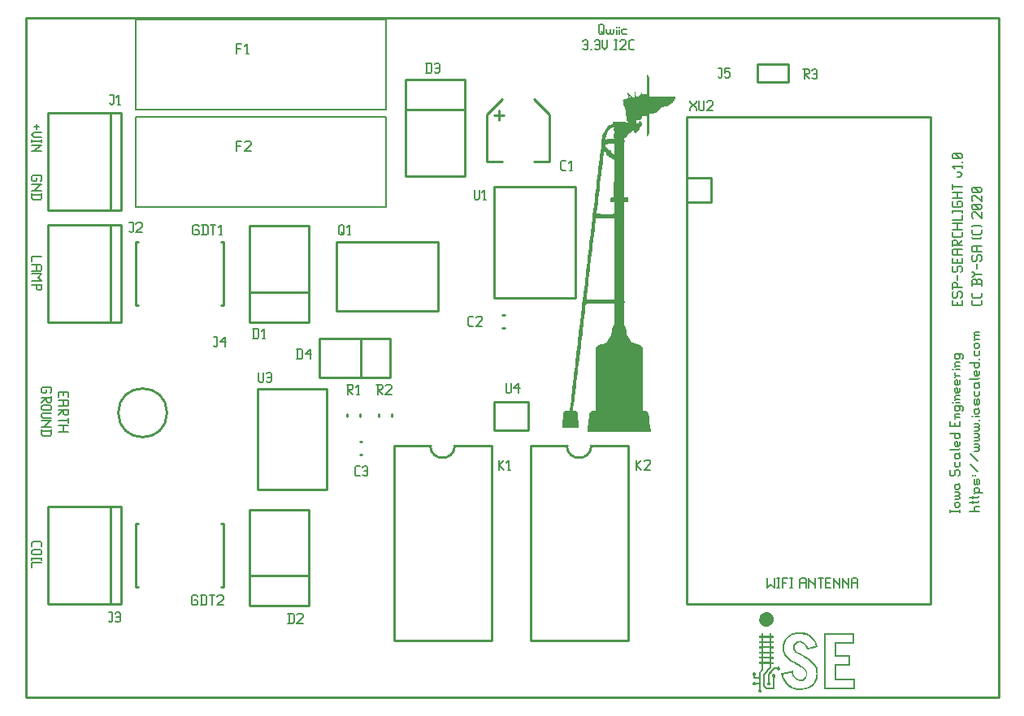
<source format=gbr>
G04 start of page 8 for group -4079 idx -4079 *
G04 Title: (unknown), topsilk *
G04 Creator: pcb 4.0.2 *
G04 CreationDate: Wed Jul  1 19:45:12 2020 UTC *
G04 For: ndholmes *
G04 Format: Gerber/RS-274X *
G04 PCB-Dimensions (mil): 4000.00 2800.00 *
G04 PCB-Coordinate-Origin: lower left *
%MOIN*%
%FSLAX25Y25*%
%LNTOPSILK*%
%ADD75C,0.0080*%
%ADD74C,0.0100*%
%ADD73C,0.0001*%
G54D73*G36*
X255400Y256427D02*X255443Y256475D01*
X255784Y256432D01*
X256002Y256025D01*
Y255732D01*
X256196Y255277D01*
X256230Y255228D01*
X256283Y255157D01*
X256424Y254414D01*
X256457Y251935D01*
Y247302D01*
X262734D01*
X265654Y247269D01*
X267124Y247205D01*
X267134Y247182D01*
X267139Y247166D01*
X267107Y246873D01*
X267096Y246840D01*
X267080Y246813D01*
X266759Y246081D01*
X266722Y245994D01*
X266683Y245907D01*
X266000Y244882D01*
X265930Y244801D01*
X265778Y244632D01*
X264709Y243873D01*
X263804Y243444D01*
X262974D01*
X261389Y242842D01*
X259930Y241643D01*
X259745Y241345D01*
X259626Y241160D01*
X257922Y240211D01*
X256457D01*
Y235583D01*
X256424Y233104D01*
X256283Y232360D01*
X256230Y232284D01*
X256196Y232241D01*
X256002Y231796D01*
Y231503D01*
X255822Y231123D01*
X255795Y231091D01*
X255746Y231047D01*
X255540Y230961D01*
X255393Y231422D01*
X255324Y232773D01*
X255296Y234677D01*
X255290Y235312D01*
X255258Y239402D01*
X254748Y239440D01*
X254672Y239446D01*
X253815Y239413D01*
X253750Y239402D01*
X253261Y239326D01*
Y238502D01*
X252643Y237726D01*
X252280D01*
X251791Y237607D01*
X251765Y237585D01*
X251720Y237563D01*
X251422D01*
X251400Y237585D01*
X251384Y237607D01*
X251239Y237726D01*
X251156D01*
X251091Y236858D01*
X251174Y235946D01*
X251210Y235925D01*
X251217Y235919D01*
X251324Y236012D01*
Y236115D01*
X251563Y236337D01*
X251607Y236353D01*
X251644Y236375D01*
X251894Y236576D01*
Y236755D01*
X252139Y237070D01*
X252182Y237107D01*
X252252Y237178D01*
X252697Y237254D01*
X252774Y237205D01*
X252811Y237178D01*
X253202Y236570D01*
X253230Y236494D01*
X253261Y236380D01*
X253234Y235534D01*
X253191Y235409D01*
X253137Y235263D01*
X252491Y234666D01*
X252420Y234693D01*
X252215Y234183D01*
X252226Y234042D01*
X252230Y233961D01*
X251715Y233494D01*
X251607Y233478D01*
X251537Y233472D01*
X251232Y233142D01*
X251228Y233060D01*
X251206Y232849D01*
X250550Y232274D01*
X249952Y232881D01*
Y233185D01*
X249904Y233494D01*
X249687D01*
X249095Y232957D01*
X248981Y232870D01*
X248861Y232789D01*
X248287Y232252D01*
X247928D01*
X247548Y231894D01*
X247207Y231411D01*
Y231346D01*
X247202Y231237D01*
X246876Y230662D01*
X246367Y230310D01*
X246280Y230315D01*
X246219Y230320D01*
X245959Y230168D01*
Y230049D01*
X246056Y229838D01*
X246074Y229821D01*
X246106Y229800D01*
X246181Y228888D01*
X246100Y228020D01*
X246063D01*
X246030Y227163D01*
X246002Y224895D01*
X245991Y221678D01*
Y217961D01*
X246002Y214207D01*
X246024Y210870D01*
X246056Y208413D01*
X246067Y207496D01*
X246100Y207290D01*
X246106Y207235D01*
X246074Y206823D01*
X246063Y206812D01*
X246046Y206807D01*
X245959Y206438D01*
Y205885D01*
X247532D01*
X247570Y205006D01*
X247576Y204886D01*
X247528Y204040D01*
X247517Y204024D01*
X247500Y204013D01*
X246783Y203980D01*
X246687Y203986D01*
X245959Y204056D01*
Y201110D01*
X245980Y199770D01*
X246030Y199005D01*
X246046Y198994D01*
X246056Y198989D01*
X246063Y198202D01*
X246052Y198083D01*
X246019Y197757D01*
X246008Y196238D01*
X245976Y192180D01*
X245965Y186679D01*
X245959Y180472D01*
X245970Y174331D01*
X245991Y168998D01*
X246024Y165232D01*
X246035Y163806D01*
X246074Y163784D01*
X246106Y163762D01*
X246181Y163030D01*
X246100Y162352D01*
X246052D01*
X245987Y161239D01*
X245959Y158820D01*
Y153671D01*
X246290Y153286D01*
X246344Y153226D01*
X246669Y152461D01*
X246680Y152369D01*
X246687Y152298D01*
X246848Y151197D01*
X246870Y151094D01*
X246887Y150996D01*
X247050Y149868D01*
X247060Y149792D01*
X247071Y149678D01*
X247554Y148788D01*
X247750Y148593D01*
X248259Y147899D01*
X248265Y147860D01*
Y147828D01*
X248443Y147551D01*
X248471Y147540D01*
X248493Y147530D01*
X248689Y147052D01*
X248698Y146982D01*
X248709Y146868D01*
X248845Y146526D01*
X249367Y146293D01*
X249550Y146227D01*
X249659Y146195D01*
X251384Y145658D01*
X251547Y145609D01*
X251720Y145560D01*
X253006Y145012D01*
X253056Y144969D01*
X253109Y144920D01*
X253283Y144763D01*
X253452Y144502D01*
X253570Y143998D01*
X253646Y143054D01*
X253690Y141486D01*
X253713Y139099D01*
X253717Y135702D01*
Y118325D01*
X254819D01*
X255617Y118081D01*
X255681Y118010D01*
X255730Y117961D01*
X256034Y117164D01*
X256050Y117050D01*
X256061Y116963D01*
X256219Y115650D01*
X256234Y115525D01*
X256245Y115406D01*
X256440Y113909D01*
X256457Y113784D01*
X256474Y113665D01*
X256674Y112113D01*
X256695Y111983D01*
X256713Y111858D01*
X256865Y110431D01*
X256874Y110333D01*
X256940Y109617D01*
X242356D01*
X237311Y109628D01*
X233378Y109650D01*
X231517Y109709D01*
X231028Y109758D01*
X231002Y109796D01*
X230980Y109823D01*
X230941Y110111D01*
X230958Y110133D01*
X230969Y110154D01*
X231131Y111098D01*
X231148Y111229D01*
X231158Y111359D01*
X231332Y112867D01*
X231348Y112976D01*
X231397Y113377D01*
X231756Y116388D01*
X231778Y116583D01*
X231815Y116936D01*
X232206Y117983D01*
X233091Y118325D01*
X234187D01*
X234224Y131226D01*
Y133033D01*
X234245Y138453D01*
X234278Y142348D01*
X234348Y143998D01*
X234415Y144388D01*
X234469Y144470D01*
X234544Y144595D01*
X235135Y145094D01*
X236178Y145533D01*
X236481Y145625D01*
X236628Y145674D01*
X238222Y146162D01*
X238331Y146195D01*
X238500Y146249D01*
X238998Y146466D01*
X239117Y146792D01*
X239128Y146900D01*
X239134Y146982D01*
X239356Y147470D01*
X239394Y147492D01*
X239421Y147508D01*
X239589Y147801D01*
X239584Y147828D01*
X239574Y147882D01*
X239965Y148446D01*
X240485Y148918D01*
X240598D01*
X240778Y149537D01*
X240800Y149635D01*
X240815Y149738D01*
X240974Y150649D01*
X240984Y150693D01*
X240989Y150741D01*
X241098Y151338D01*
X241108Y151382D01*
X241163Y151696D01*
X241391Y152727D01*
X241608Y153248D01*
X241663Y153308D01*
X241706Y153362D01*
X241798Y153557D01*
X241874Y154143D01*
X241902Y155461D01*
X241906Y157301D01*
Y162227D01*
X232808D01*
X231078Y162194D01*
X230400Y162124D01*
X230269Y162021D01*
X230258Y161977D01*
X230241Y161923D01*
X230133Y161218D01*
X229921Y159411D01*
X229856Y158809D01*
X229840Y158690D01*
X229656Y157051D01*
X229639Y156910D01*
X229624Y156774D01*
X229417Y155000D01*
X229402Y154859D01*
X229384Y154724D01*
X229178Y153031D01*
X229167Y152901D01*
X229152Y152776D01*
X228961Y151213D01*
X228950Y151094D01*
X228896Y150676D01*
X228506Y147410D01*
X228478Y147177D01*
X228463Y147052D01*
X228272Y145441D01*
X228261Y145311D01*
X228185Y144660D01*
X227610Y139831D01*
X227567Y139468D01*
X227552Y139343D01*
X227361Y137731D01*
X227350Y137601D01*
X227333Y137476D01*
X227150Y135865D01*
X227133Y135735D01*
X227117Y135610D01*
X226917Y133917D01*
X226900Y133776D01*
X226883Y133641D01*
X226678Y131867D01*
X226661Y131725D01*
X226644Y131590D01*
X226444Y129946D01*
X226433Y129827D01*
X226417Y129707D01*
X226232Y128210D01*
X226221Y128085D01*
X226206Y127971D01*
X226004Y126197D01*
X225989Y126034D01*
X225967Y125877D01*
X225756Y124103D01*
X225739Y123984D01*
X225722Y123864D01*
X225532Y122307D01*
X225521Y122177D01*
X225478Y121792D01*
X225137Y118987D01*
X225115Y118846D01*
X225033Y118325D01*
X225890D01*
X226591Y118027D01*
X226910Y117229D01*
X226932Y116979D01*
X226959Y116643D01*
X227117Y114972D01*
X227252Y113892D01*
X227269Y113844D01*
X227274Y113822D01*
X227382Y112672D01*
X227393Y112509D01*
X227465Y111359D01*
X223433D01*
X221610Y111391D01*
X220574Y111446D01*
X220569Y111456D01*
X220552Y111484D01*
X220606Y112569D01*
X220791Y114598D01*
X220845Y115091D01*
X220861Y115238D01*
X221013Y116822D01*
X221024Y116925D01*
X221035Y117077D01*
X221328Y117951D01*
X221387Y118010D01*
X221452Y118081D01*
X221778Y118276D01*
X222413Y118325D01*
X222874D01*
X223633Y118439D01*
X223644Y118455D01*
X223656Y118477D01*
X223819Y119518D01*
X223834Y119665D01*
X223872Y120039D01*
X224226Y123240D01*
X224263Y123550D01*
X224280Y123696D01*
X224480Y125356D01*
X224496Y125475D01*
X224507Y125600D01*
X224702Y127260D01*
X224724Y127402D01*
X224740Y127548D01*
X224935Y129214D01*
X224952Y129333D01*
X224963Y129452D01*
X225158Y131112D01*
X225180Y131259D01*
X225196Y131405D01*
X225397Y133093D01*
X225413Y133218D01*
X225424Y133342D01*
X225615Y134899D01*
X225630Y135019D01*
X225641Y135144D01*
X225847Y136836D01*
X225863Y136977D01*
X225880Y137124D01*
X226080Y138789D01*
X226097Y138909D01*
X226107Y139034D01*
X226304Y140688D01*
X226319Y140835D01*
X226374Y141301D01*
X226748Y144535D01*
X226780Y144779D01*
X226840Y145289D01*
X227089Y147399D01*
X227382Y149900D01*
X227465Y150600D01*
X227480Y150758D01*
X227681Y152472D01*
X227697Y152591D01*
X227708Y152711D01*
X227898Y154268D01*
X227915Y154393D01*
X227926Y154523D01*
X228126Y156237D01*
X228147Y156384D01*
X228165Y156530D01*
X228365Y158190D01*
X228381Y158310D01*
X228391Y158429D01*
X228587Y159986D01*
X228604Y160111D01*
X228619Y160241D01*
X228771Y162070D01*
X228782Y162227D01*
X228787Y162390D01*
X228930Y163627D01*
X228945Y163659D01*
X228967Y163719D01*
X229070Y164240D01*
X229239Y165574D01*
X229293Y166019D01*
X229304Y166139D01*
X229493Y167701D01*
X229509Y167826D01*
X229543Y168092D01*
X230937Y167967D01*
X230606Y164912D01*
X230589Y164679D01*
X230524Y163844D01*
X241846D01*
X241874Y180635D01*
X241906Y197426D01*
X234474D01*
X233990Y193352D01*
X233920Y192793D01*
X233611Y190238D01*
X233404Y188583D01*
X233394Y188469D01*
X233356Y188198D01*
X233095Y186125D01*
X232852Y184031D01*
X232824Y183744D01*
X232791Y183483D01*
X232395Y180152D01*
X232357Y179827D01*
X232341Y179707D01*
X232146Y178101D01*
X232135Y177960D01*
X232119Y177825D01*
X231919Y176165D01*
X231907Y176034D01*
X231891Y175910D01*
X231702Y174298D01*
X231690Y174168D01*
X231674Y174043D01*
X231484Y172432D01*
X231474Y172302D01*
X231457Y172177D01*
X231245Y170457D01*
X231230Y170311D01*
X231213Y170170D01*
X231002Y168455D01*
X230985Y168325D01*
X230937Y167967D01*
X229543Y168092D01*
X229939Y171461D01*
X229981Y171803D01*
X229993Y171933D01*
X230187Y173544D01*
X230204Y173669D01*
X230220Y173799D01*
X230410Y175410D01*
X230426Y175535D01*
X230437Y175665D01*
X230639Y177380D01*
X230659Y177526D01*
X230676Y177673D01*
X230876Y179360D01*
X230893Y179485D01*
X230904Y179610D01*
X231093Y181167D01*
X231110Y181286D01*
X231120Y181416D01*
X231328Y183158D01*
X231343Y183310D01*
X231359Y183467D01*
X231565Y185181D01*
X231582Y185301D01*
X231593Y185420D01*
X231789Y187031D01*
X231809Y187167D01*
X231826Y187303D01*
X232017Y188909D01*
X232032Y189028D01*
X232043Y189153D01*
X232239Y190867D01*
X232260Y191019D01*
X232276Y191176D01*
X232478Y192891D01*
X232493Y193010D01*
X232504Y193130D01*
X232706Y194741D01*
X232721Y194877D01*
X232737Y195018D01*
X232889Y197052D01*
X232900Y197242D01*
X232906Y197432D01*
X233037Y198826D01*
X233052Y198859D01*
X233102Y198989D01*
X233389Y200405D01*
X233421Y200660D01*
X233437Y200806D01*
X233622Y202467D01*
X233639Y202586D01*
X233650Y202705D01*
X233833Y204268D01*
X233850Y204393D01*
X235287Y204328D01*
X235206Y203666D01*
X234913Y201197D01*
X234724Y199743D01*
X234702Y199580D01*
X234647Y199179D01*
X238244Y199141D01*
X238739Y199135D01*
X240789Y199146D01*
X241846Y199190D01*
Y199955D01*
X241852Y201208D01*
Y201626D01*
X241857Y203953D01*
X241108Y203991D01*
X240989Y204002D01*
X240350Y204159D01*
Y204181D01*
X240333Y204333D01*
X240350Y205543D01*
X240371Y205597D01*
X240387Y205657D01*
X241022Y205901D01*
X241180Y205906D01*
X241347Y205917D01*
X241890Y206188D01*
Y206259D01*
X241884Y206302D01*
X241804Y206769D01*
X241793Y206796D01*
X241776Y206829D01*
X241759Y207740D01*
X241770Y207854D01*
X241781Y207968D01*
X241826Y210323D01*
X241852Y213898D01*
Y215086D01*
X241857Y221493D01*
X241430Y221754D01*
X241369Y221792D01*
X240730Y222302D01*
X240685Y222345D01*
X240615Y222416D01*
X240181Y222557D01*
X240132Y222519D01*
X240083Y222486D01*
X239763Y222551D01*
X239730Y222600D01*
X239698Y222644D01*
X239665Y222975D01*
X239693Y223002D01*
X239709Y223034D01*
X239698Y223170D01*
X239650D01*
X239513Y223067D01*
X239508Y223045D01*
X239487Y223012D01*
X239047Y223137D01*
X238961Y223219D01*
X238895Y223278D01*
X238667Y223788D01*
X238678Y223843D01*
X238683Y223886D01*
X238667Y224184D01*
X238656Y224190D01*
X238645Y224195D01*
X238233Y224732D01*
X238180Y224814D01*
X237772Y225400D01*
X239096Y225958D01*
X239878Y225248D01*
X239893Y225302D01*
X240474D01*
X240517Y225248D01*
X240620Y225128D01*
X240821Y224494D01*
X240772Y224428D01*
X240756Y224418D01*
X240913Y224211D01*
X240957D01*
X241033Y224217D01*
X241337Y224011D01*
Y223821D01*
X241804Y223457D01*
X241808Y223468D01*
X241846Y224146D01*
X241874Y225410D01*
X241880Y225709D01*
X241906Y227895D01*
X240365Y227890D01*
X239980D01*
X238813Y227792D01*
X238424Y227510D01*
Y227049D01*
X239096Y225958D01*
X237772Y225400D01*
X237696Y224689D01*
X237685Y224597D01*
X237522Y223175D01*
X237511Y223045D01*
X237495Y222920D01*
X237289Y221206D01*
X237274Y221059D01*
X237224Y220674D01*
X236860Y217593D01*
X236828Y217327D01*
X236813Y217202D01*
X236611Y215536D01*
X236595Y215401D01*
X236578Y215265D01*
X236378Y213551D01*
X236361Y213410D01*
X236345Y213274D01*
X236144Y211560D01*
X236133Y211418D01*
X236117Y211283D01*
X235928Y209671D01*
X235917Y209552D01*
X235874Y209216D01*
X235652Y207442D01*
X235363Y205000D01*
X235287Y204328D01*
X233850Y204393D01*
X233860Y204523D01*
X234067Y206237D01*
X234083Y206384D01*
X234100Y206530D01*
X234294Y208190D01*
X234311Y208310D01*
X234321Y208429D01*
X234517Y210068D01*
X234539Y210203D01*
X234556Y210344D01*
X234750Y212064D01*
X234767Y212194D01*
X234778Y212330D01*
X234983Y214017D01*
X235006Y214153D01*
X235021Y214294D01*
X235217Y215960D01*
X235233Y216084D01*
X235244Y216215D01*
X235428Y217826D01*
X235444Y217951D01*
X235456Y218081D01*
X235656Y219741D01*
X235672Y219877D01*
X235683Y220018D01*
X235889Y221678D01*
X235906Y221803D01*
X235922Y221933D01*
X236128Y223647D01*
X236144Y223794D01*
X236189Y224179D01*
X236557Y227092D01*
X236595Y227336D01*
X236611Y227461D01*
X236660Y228715D01*
X236650Y228796D01*
X236633Y228942D01*
X236898Y231075D01*
X236969Y231319D01*
X237013Y231492D01*
X237832Y233055D01*
X239215Y232925D01*
X238933Y232198D01*
X238906Y232122D01*
X238874Y232046D01*
X238554Y231091D01*
X238531Y231009D01*
X238510Y230933D01*
X238309Y230342D01*
X238298Y230326D01*
X238282Y230304D01*
X238174Y229821D01*
X238135Y229393D01*
X238239D01*
X238554Y229604D01*
X238624Y229637D01*
X238721Y229691D01*
X239269Y229843D01*
X240202Y229886D01*
X241939D01*
X241911Y230261D01*
X241906Y230315D01*
X241722Y230830D01*
X241694Y230857D01*
X241630Y230933D01*
X241663Y231606D01*
X241732Y231666D01*
X241776Y231709D01*
X241960Y232393D01*
Y232859D01*
X241819Y233543D01*
X241793Y233570D01*
X241765Y233597D01*
X241619Y233885D01*
Y234064D01*
X241765Y234281D01*
X241793Y234286D01*
X241815Y234297D01*
X241960Y234482D01*
Y234574D01*
X241419Y234661D01*
X240680Y234351D01*
X240582Y234248D01*
X240556Y234227D01*
X240128Y233863D01*
X240089Y233831D01*
X240045Y233803D01*
X239790Y233532D01*
Y233386D01*
X239617Y233245D01*
X239481D01*
X239243Y233006D01*
X239231Y232963D01*
X239215Y232925D01*
X237832Y233055D01*
X238880Y234628D01*
X239041Y234802D01*
X239156Y234932D01*
X240121Y235648D01*
X240870Y236109D01*
X241180D01*
X241358Y236581D01*
X241343Y236630D01*
X241331Y236652D01*
X241402Y236956D01*
X241424Y236977D01*
X241450Y237021D01*
X241987Y237124D01*
X243528Y237135D01*
X244044Y237129D01*
X246528Y237091D01*
Y236663D01*
X246984Y236456D01*
X247028Y236489D01*
X247071Y236532D01*
X247593Y236711D01*
X247641Y236706D01*
X247684Y236701D01*
X248000Y236777D01*
X248009Y236793D01*
Y236798D01*
X247760Y236950D01*
X247717Y236956D01*
X247581Y236972D01*
X247141Y237297D01*
X246897Y238144D01*
X246865Y238420D01*
X246848Y238556D01*
X246648Y239999D01*
X246637Y240091D01*
X246621Y240189D01*
X246528Y241003D01*
Y241556D01*
X246371Y242305D01*
X246350Y242381D01*
X246322Y242462D01*
X246230Y243048D01*
X246241Y243065D01*
X246246Y243081D01*
X246002Y243357D01*
X245959Y243385D01*
X245867Y243439D01*
X245667Y244220D01*
X245731Y244258D01*
X245774Y244291D01*
X245633Y245213D01*
X245557Y245359D01*
X245270Y245918D01*
X245526Y246114D01*
X245557Y246146D01*
X246311Y246314D01*
X246621D01*
X247267Y246515D01*
X247315Y246558D01*
X247380Y246618D01*
X247539Y246927D01*
X247528Y247666D01*
X247510Y247909D01*
X247494Y248148D01*
X247472Y248870D01*
X247608Y249087D01*
X247669Y249103D01*
X247744Y249130D01*
X248130Y248799D01*
X248134Y248696D01*
Y248500D01*
X248644Y247903D01*
X248765Y247795D01*
X248959Y247621D01*
X248709Y247427D01*
X248633Y247502D01*
X248124Y247427D01*
Y247334D01*
X248487Y247052D01*
X249095D01*
X248709Y247427D01*
X248959Y247621D01*
X249615Y247145D01*
X250033Y247112D01*
X250126Y247155D01*
X250190Y247194D01*
X250365Y247427D01*
X250408Y248077D01*
Y248544D01*
X250489Y249282D01*
X250680Y249212D01*
X250690Y249169D01*
X250695Y249135D01*
X250733Y248387D01*
Y248300D01*
X250728Y248170D01*
X250950Y247438D01*
X251021Y247367D01*
X251091Y247296D01*
X251563Y247194D01*
X251639Y247237D01*
X251791Y247328D01*
X252502Y247974D01*
X252930Y248637D01*
X252941Y248728D01*
X252947Y248799D01*
X253137Y249103D01*
X253267D01*
X253457Y248782D01*
X253467Y248707D01*
X253474Y248603D01*
X253680Y248295D01*
X254369Y248256D01*
X254596Y248273D01*
X255319Y248321D01*
Y253048D01*
X255339Y255191D01*
X255389Y256416D01*
X255400Y256427D01*
G37*
G36*
X301543Y2709D02*X301147Y2980D01*
X301011Y3425D01*
X301065Y3740D01*
X301261Y3990D01*
X301391Y4104D01*
Y5986D01*
X300718D01*
X300241Y5981D01*
X300045Y5964D01*
X299953Y5840D01*
X299600Y5617D01*
X299172D01*
X298873Y5807D01*
X298689Y6100D01*
X298662Y6431D01*
X298770Y6724D01*
X298987Y6946D01*
X299302Y7066D01*
X299682Y7012D01*
X299991Y6773D01*
X300056Y6675D01*
X300724D01*
X301391Y6670D01*
Y8167D01*
X299058D01*
Y8900D01*
X299053Y9627D01*
X298955Y9697D01*
X298787Y9876D01*
X298678Y10093D01*
X298689Y10527D01*
X298873Y10815D01*
X299161Y10994D01*
X299497Y11026D01*
X299790Y10923D01*
X300013Y10701D01*
X300132Y10381D01*
X300078Y10006D01*
X299839Y9697D01*
X299742Y9627D01*
Y8851D01*
X301391D01*
Y11156D01*
X301857Y11748D01*
X302329Y12339D01*
Y14406D01*
X301418D01*
Y15193D01*
X305802D01*
Y16566D01*
X302986D01*
Y15193D01*
X302329D01*
Y16566D01*
X301418D01*
Y17325D01*
X302319D01*
Y18692D01*
X303002Y18719D01*
X302997Y18057D01*
X302991Y17586D01*
X303002Y17368D01*
X303067Y17358D01*
X303290Y17347D01*
X303724Y17341D01*
X304407Y17336D01*
X305802D01*
Y18719D01*
X303002D01*
X302319Y18692D01*
X301418D01*
Y19452D01*
X302329D01*
X302986Y19479D01*
X305802D01*
Y20852D01*
X302986D01*
Y19479D01*
X302329Y19452D01*
Y20824D01*
X301418D01*
Y21584D01*
X302319D01*
X302329Y22962D01*
X302986Y23005D01*
Y22327D01*
X302991Y21844D01*
X303008Y21627D01*
X303420Y21617D01*
X304407Y21611D01*
X305791D01*
X305796Y22300D01*
Y22316D01*
X305807Y23005D01*
X302986D01*
X302329Y22962D01*
X301418D01*
Y23722D01*
X302319D01*
Y25094D01*
X303002Y25148D01*
X302997Y24492D01*
X302991Y24015D01*
X303002Y23797D01*
X303067Y23787D01*
X303290Y23776D01*
X303724Y23770D01*
X304407Y23765D01*
X305807D01*
X305796Y24459D01*
X305791Y25148D01*
X303002D01*
X302319Y25094D01*
X301418D01*
Y25854D01*
X302329D01*
Y27096D01*
X302986D01*
Y25854D01*
X305802D01*
Y27096D01*
X306491D01*
Y25854D01*
X307402D01*
Y25094D01*
X306491D01*
Y23694D01*
X307402D01*
Y22935D01*
X306491D01*
Y21541D01*
X307402D01*
Y20781D01*
X306491D01*
Y19408D01*
X307402D01*
Y18649D01*
X306491D01*
Y17255D01*
X307402D01*
Y16495D01*
X306491D01*
Y15122D01*
X307402D01*
Y14336D01*
X306491D01*
X306485Y13750D01*
Y13158D01*
X305069Y11368D01*
X303648Y9583D01*
Y5574D01*
X304624Y4597D01*
X307044D01*
Y6719D01*
X307039Y7543D01*
Y8216D01*
X307033Y8672D01*
X307028Y8834D01*
X306903Y8927D01*
X306659Y9393D01*
X306794Y9909D01*
X307370Y10218D01*
X307972Y9947D01*
X308129Y9382D01*
X307831Y8872D01*
X307733Y8802D01*
Y3914D01*
X304342D01*
X302986Y5270D01*
Y9844D01*
X304396Y11623D01*
X305802Y13403D01*
Y14341D01*
X302986D01*
Y12003D01*
X302074Y10853D01*
Y4022D01*
X302140Y3990D01*
X302319Y3821D01*
X302449Y3588D01*
X302416Y3073D01*
X302069Y2693D01*
X301803Y2633D01*
X301543Y2644D01*
Y2709D01*
G37*
G36*
X317385Y3729D02*X315567Y4071D01*
X313983Y4793D01*
X312876Y5671D01*
X311932Y6778D01*
X311070Y8341D01*
X310424Y10196D01*
X310326Y10565D01*
X312746Y11081D01*
X313679Y11281D01*
X314455Y11444D01*
X314981Y11547D01*
X315182Y11580D01*
X315236Y11368D01*
X315285Y11118D01*
X315367Y10782D01*
X315730Y9757D01*
X316245Y8932D01*
X316891Y8324D01*
X317662Y7961D01*
X317900Y7918D01*
X318296Y7901D01*
X318687Y7918D01*
X318942Y7961D01*
X319962Y8547D01*
X320521Y9583D01*
X320575Y10212D01*
X320521Y10809D01*
X321123Y10983D01*
X321161Y9567D01*
X320803Y8617D01*
X320173Y7885D01*
X319316Y7424D01*
X318280Y7256D01*
X316951Y7559D01*
X315882Y8384D01*
X315090Y9627D01*
X314889Y10153D01*
X314743Y10657D01*
X314694Y10826D01*
X314645Y10842D01*
X314493Y10815D01*
X314135Y10739D01*
X313609Y10625D01*
X312979Y10489D01*
X311829Y10245D01*
X311292Y10126D01*
X311129Y10077D01*
Y10044D01*
X311178Y9860D01*
X311303Y9491D01*
X311449Y9084D01*
X311574Y8758D01*
X312572Y6979D01*
X313858Y5650D01*
X315432Y4782D01*
X317303Y4364D01*
X317699Y4353D01*
X318247D01*
X318795Y4369D01*
X319218Y4402D01*
X320548Y4657D01*
X321709Y5091D01*
X322609Y5623D01*
X323363Y6279D01*
X323966Y7060D01*
X324432Y7966D01*
X324660Y8661D01*
X324817Y9447D01*
X324866Y10402D01*
X324817Y11336D01*
X324590Y12323D01*
X324232Y13213D01*
X323711Y14032D01*
X323027Y14813D01*
X322327Y15459D01*
X321519Y16056D01*
X320445Y16717D01*
X318953Y17547D01*
X317808Y18182D01*
X317016Y18660D01*
X316463Y19061D01*
X316034Y19463D01*
X315486Y20249D01*
X315318Y21117D01*
X315464Y22159D01*
X315898Y22973D01*
X316603Y23537D01*
X317558Y23819D01*
X318139Y23836D01*
X318714Y23770D01*
X319484Y23477D01*
X320152Y22951D01*
X320727Y22186D01*
X321221Y21166D01*
X321307Y20966D01*
X321367Y20922D01*
X321530Y20971D01*
X321909Y21074D01*
X322419Y21226D01*
X323005Y21394D01*
X323581Y21562D01*
X324080Y21714D01*
X324438Y21817D01*
X324579Y21861D01*
X324552Y21985D01*
X324465Y22262D01*
X324340Y22604D01*
X324221Y22919D01*
X323543Y24134D01*
X322653Y25138D01*
X321579Y25913D01*
X320325Y26440D01*
X318568Y26743D01*
X316647Y26657D01*
X314900Y26196D01*
X313500Y25360D01*
X312800Y24633D01*
X312258Y23749D01*
X311889Y22723D01*
X311688Y21573D01*
X311661Y20797D01*
X311699Y20087D01*
X311938Y19105D01*
X312377Y18199D01*
X313017Y17358D01*
X313880Y16566D01*
X314422Y16159D01*
X315052Y15746D01*
X315855Y15269D01*
X316940Y14661D01*
X317667Y14260D01*
X318209Y13951D01*
X318633Y13696D01*
X319007Y13457D01*
X320439Y12247D01*
X321123Y10983D01*
X320521Y10809D01*
X319924Y11878D01*
X318665Y12925D01*
X318302Y13158D01*
X317895Y13403D01*
X317379Y13696D01*
X316685Y14075D01*
X315307Y14851D01*
X314292Y15480D01*
X313517Y16045D01*
X312860Y16625D01*
X312111Y17466D01*
X311574Y18350D01*
X311156Y19533D01*
X311026Y20846D01*
X311118Y22132D01*
X311411Y23331D01*
X312171Y24855D01*
X313332Y26038D01*
X314862Y26863D01*
X316734Y27302D01*
X318193Y27384D01*
X319577Y27259D01*
X320852Y26933D01*
X321991Y26407D01*
X323130Y25561D01*
X324069Y24476D01*
X324796Y23174D01*
X325289Y21671D01*
X325349Y21416D01*
X323147Y20776D01*
X322284Y20532D01*
X321579Y20331D01*
X321101Y20201D01*
X320922Y20157D01*
X320846Y20358D01*
X320618Y20960D01*
X320358Y21535D01*
X319598Y22604D01*
X318649Y23136D01*
X318014Y23201D01*
X317363Y23152D01*
X316506Y22680D01*
X316169Y22219D01*
X315985Y21622D01*
X315947Y21139D01*
X315985Y20727D01*
X316332Y20076D01*
X317059Y19408D01*
X317412Y19164D01*
X317851Y18888D01*
X318426Y18562D01*
X319197Y18139D01*
X320065Y17667D01*
X320748Y17282D01*
X321307Y16951D01*
X321785Y16642D01*
X323011Y15714D01*
X323977Y14726D01*
X324704Y13674D01*
X325192Y12534D01*
X325468Y11162D01*
X325474Y9730D01*
X325219Y8330D01*
X324709Y7066D01*
X323912Y5948D01*
X322870Y5037D01*
X321600Y4359D01*
X320135Y3914D01*
X318757Y3740D01*
X317385Y3735D01*
Y3729D01*
G37*
G36*
X327970Y15535D02*X328610Y15540D01*
X328604Y4641D01*
X340030D01*
Y7798D01*
X332256D01*
Y14319D01*
X337941D01*
Y17488D01*
X332256D01*
Y23271D01*
X339716D01*
Y26440D01*
X328621D01*
X328610Y15540D01*
X327970Y15535D01*
Y27064D01*
X340350D01*
Y22653D01*
X332890D01*
Y18133D01*
X338571D01*
Y13723D01*
X332907D01*
X332896Y11091D01*
X332890Y8460D01*
X340654D01*
Y4022D01*
X327970D01*
Y15535D01*
G37*
G36*
X305107Y5623D02*X304825Y5812D01*
X304646Y6100D01*
X304641Y6534D01*
X304868Y6887D01*
X304999Y6979D01*
X305010Y7440D01*
X305015Y8552D01*
Y10126D01*
X306111Y11504D01*
X307201Y12887D01*
X308531D01*
X308617Y13007D01*
X308845Y13202D01*
X308997Y13267D01*
X309203Y13278D01*
X309404Y13272D01*
X309556Y13202D01*
X309778Y13012D01*
X309914Y12768D01*
X309930Y12486D01*
X309865Y12214D01*
X309589Y11927D01*
X309203Y11813D01*
X308645Y12062D01*
X308520Y12198D01*
X307532D01*
X306615Y11043D01*
X305704Y9887D01*
Y6990D01*
X305807Y6919D01*
X306067Y6523D01*
X306035Y6024D01*
X305650Y5650D01*
X305107Y5617D01*
Y5623D01*
G37*
G36*
X303941Y29782D02*X303056Y30069D01*
X302291Y30628D01*
X301743Y31360D01*
X301456Y32223D01*
X301418Y32863D01*
X301499Y33482D01*
X301809Y34247D01*
X302329Y34898D01*
X303176Y35473D01*
X304147Y35716D01*
X305156Y35629D01*
X306100Y35202D01*
X306653Y34697D01*
X307077Y34079D01*
X307310Y33395D01*
X307380Y32668D01*
X307272Y31941D01*
X307006Y31268D01*
X306599Y30720D01*
X306084Y30275D01*
X305482Y29955D01*
X304831Y29782D01*
X304380Y29760D01*
X303941Y29782D01*
G37*
G54D74*X500Y279500D02*X199500D01*
Y500D02*X500D01*
Y279500D01*
X198500D02*X399500D01*
Y500D02*X190000D01*
X399500Y279500D02*Y500D01*
G54D75*X7000Y213000D02*X6500Y212500D01*
X7000Y214500D02*Y213000D01*
X6500Y215000D02*X7000Y214500D01*
X3500Y215000D02*X6500D01*
X3500D02*X3000Y214500D01*
Y213000D01*
X3500Y212500D01*
X4500D01*
X5000Y213000D02*X4500Y212500D01*
X5000Y214000D02*Y213000D01*
X3000Y211300D02*X7000D01*
X6500D02*X7000D01*
X6500D02*X4000Y208800D01*
X3000D02*X7000D01*
X3000Y207100D02*X7000D01*
Y205600D02*X6500Y205100D01*
X3500D02*X6500D01*
X3000Y205600D02*X3500Y205100D01*
X3000Y207600D02*Y205600D01*
X7000Y207600D02*Y205600D01*
X5000Y236000D02*Y234000D01*
X4000Y235000D02*X6000D01*
X4000Y232800D02*X7000D01*
X4000D02*X3000Y231800D01*
X4000Y230800D01*
X7000D01*
Y229600D02*Y228600D01*
X3000Y229100D02*X7000D01*
X3000Y229600D02*Y228600D01*
Y227400D02*X7000D01*
X6500D02*X7000D01*
X6500D02*X4000Y224900D01*
X3000D02*X7000D01*
X16000Y126000D02*Y124500D01*
X14000Y126000D02*Y124000D01*
Y126000D02*X18000D01*
Y124000D01*
X14000Y122800D02*X17500D01*
X18000Y122300D01*
Y120800D01*
X17500Y120300D01*
X14000D02*X17500D01*
X16000Y122800D02*Y120300D01*
X18000Y119100D02*Y117100D01*
X17500Y116600D01*
X16500D02*X17500D01*
X16000Y117100D02*X16500Y116600D01*
X16000Y118600D02*Y117100D01*
X14000Y118600D02*X18000D01*
X16000D02*X14000Y116600D01*
X18000Y115400D02*Y113400D01*
X14000Y114400D02*X18000D01*
X14000Y112200D02*X18000D01*
X14000Y109700D02*X18000D01*
X16000Y112200D02*Y109700D01*
X11000Y126000D02*X10500Y125500D01*
X11000Y127500D02*Y126000D01*
X10500Y128000D02*X11000Y127500D01*
X7500Y128000D02*X10500D01*
X7500D02*X7000Y127500D01*
Y126000D01*
X7500Y125500D01*
X8500D01*
X9000Y126000D02*X8500Y125500D01*
X9000Y127000D02*Y126000D01*
X11000Y124300D02*Y122300D01*
X10500Y121800D01*
X9500D02*X10500D01*
X9000Y122300D02*X9500Y121800D01*
X9000Y123800D02*Y122300D01*
X7000Y123800D02*X11000D01*
X9000D02*X7000Y121800D01*
X7500Y120600D02*X10500D01*
X11000Y120100D01*
Y119100D01*
X10500Y118600D01*
X7500D02*X10500D01*
X7000Y119100D02*X7500Y118600D01*
X7000Y120100D02*Y119100D01*
X7500Y120600D02*X7000Y120100D01*
X7500Y117400D02*X11000D01*
X7500D02*X7000Y116900D01*
Y115900D01*
X7500Y115400D01*
X11000D01*
X7000Y114200D02*X11000D01*
X10500D02*X11000D01*
X10500D02*X8000Y111700D01*
X7000D02*X11000D01*
X7000Y110000D02*X11000D01*
Y108500D02*X10500Y108000D01*
X7500D02*X10500D01*
X7000Y108500D02*X7500Y108000D01*
X7000Y110500D02*Y108500D01*
X11000Y110500D02*Y108500D01*
X3000Y181500D02*X7000D01*
X3000D02*Y179500D01*
Y178300D02*X6500D01*
X7000Y177800D01*
Y176300D01*
X6500Y175800D01*
X3000D02*X6500D01*
X5000Y178300D02*Y175800D01*
X3000Y174600D02*X7000D01*
X5500Y173100D01*
X7000Y171600D01*
X3000D02*X7000D01*
X3000Y169900D02*X7000D01*
Y170400D02*Y168400D01*
X6500Y167900D01*
X5500D02*X6500D01*
X5000Y168400D02*X5500Y167900D01*
X5000Y169900D02*Y168400D01*
X235500Y276500D02*Y273500D01*
Y276500D02*X236000Y277000D01*
X237000D01*
X237500Y276500D01*
Y273500D01*
X237000Y273000D02*X237500Y273500D01*
X236000Y273000D02*X237000D01*
X235500Y273500D02*X236000Y273000D01*
X236500Y274000D02*X237500Y273000D01*
X238700Y275000D02*Y273500D01*
X239200Y273000D01*
X239700D01*
X240200Y273500D01*
Y275000D02*Y273500D01*
X240700Y273000D01*
X241200D01*
X241700Y273500D01*
Y275000D02*Y273500D01*
X242900Y276000D02*Y275500D01*
Y274500D02*Y273000D01*
X243900Y276000D02*Y275500D01*
Y274500D02*Y273000D01*
X245400Y275000D02*X246900D01*
X244900Y274500D02*X245400Y275000D01*
X244900Y274500D02*Y273500D01*
X245400Y273000D01*
X246900D01*
X229000Y270000D02*X229500Y270500D01*
X230500D01*
X231000Y270000D01*
Y267000D01*
X230500Y266500D02*X231000Y267000D01*
X229500Y266500D02*X230500D01*
X229000Y267000D02*X229500Y266500D01*
Y268500D02*X231000D01*
X232200Y266500D02*X232700D01*
X233900Y270000D02*X234400Y270500D01*
X235400D01*
X235900Y270000D01*
Y267000D01*
X235400Y266500D02*X235900Y267000D01*
X234400Y266500D02*X235400D01*
X233900Y267000D02*X234400Y266500D01*
Y268500D02*X235900D01*
X237100Y270500D02*Y267500D01*
X238100Y266500D01*
X239100Y267500D01*
Y270500D02*Y267500D01*
X242100Y270500D02*X243100D01*
X242600D02*Y266500D01*
X242100D02*X243100D01*
X244300Y270000D02*X244800Y270500D01*
X246300D01*
X246800Y270000D01*
Y269000D01*
X244300Y266500D02*X246800Y269000D01*
X244300Y266500D02*X246800D01*
X248500D02*X250000D01*
X248000Y267000D02*X248500Y266500D01*
X248000Y270000D02*Y267000D01*
Y270000D02*X248500Y270500D01*
X250000D01*
X3000Y64000D02*Y62500D01*
X3500Y64500D02*X3000Y64000D01*
X3500Y64500D02*X6500D01*
X7000Y64000D01*
Y62500D01*
X3500Y61300D02*X6500D01*
X7000Y60800D01*
Y59800D01*
X6500Y59300D01*
X3500D02*X6500D01*
X3000Y59800D02*X3500Y59300D01*
X3000Y60800D02*Y59800D01*
X3500Y61300D02*X3000Y60800D01*
X7000Y58100D02*Y57100D01*
X3000Y57600D02*X7000D01*
X3000Y58100D02*Y57100D01*
Y55900D02*X7000D01*
X3000D02*Y53900D01*
X304500Y49500D02*Y45500D01*
X306000Y47000D01*
X307500Y45500D01*
Y49500D02*Y45500D01*
X308700Y49500D02*X309700D01*
X309200D02*Y45500D01*
X308700D02*X309700D01*
X310900Y49500D02*Y45500D01*
Y49500D02*X312900D01*
X310900Y47500D02*X312400D01*
X314100Y49500D02*X315100D01*
X314600D02*Y45500D01*
X314100D02*X315100D01*
X318100Y49000D02*Y45500D01*
Y49000D02*X318600Y49500D01*
X320100D01*
X320600Y49000D01*
Y45500D01*
X318100Y47500D02*X320600D01*
X321800Y49500D02*Y45500D01*
Y49500D02*Y49000D01*
X324300Y46500D01*
Y49500D02*Y45500D01*
X325500Y49500D02*X327500D01*
X326500D02*Y45500D01*
X328700Y47500D02*X330200D01*
X328700Y45500D02*X330700D01*
X328700Y49500D02*Y45500D01*
Y49500D02*X330700D01*
X331900D02*Y45500D01*
Y49500D02*Y49000D01*
X334400Y46500D01*
Y49500D02*Y45500D01*
X335600Y49500D02*Y45500D01*
Y49500D02*Y49000D01*
X338100Y46500D01*
Y49500D02*Y45500D01*
X339300Y49000D02*Y45500D01*
Y49000D02*X339800Y49500D01*
X341300D01*
X341800Y49000D01*
Y45500D01*
X339300Y47500D02*X341800D01*
X379500Y77500D02*Y76500D01*
Y77000D02*X383500D01*
Y77500D02*Y76500D01*
X382000Y78700D02*X383000D01*
X382000D02*X381500Y79200D01*
Y80200D02*Y79200D01*
Y80200D02*X382000Y80700D01*
X383000D01*
X383500Y80200D02*X383000Y80700D01*
X383500Y80200D02*Y79200D01*
X383000Y78700D02*X383500Y79200D01*
X381500Y81900D02*X383000D01*
X383500Y82400D01*
Y82900D02*Y82400D01*
Y82900D02*X383000Y83400D01*
X381500D02*X383000D01*
X383500Y83900D01*
Y84400D02*Y83900D01*
Y84400D02*X383000Y84900D01*
X381500D02*X383000D01*
X381500Y87600D02*X382000Y88100D01*
X381500Y87600D02*Y86600D01*
X382000Y86100D02*X381500Y86600D01*
X382000Y86100D02*X383000D01*
X383500Y86600D01*
X381500Y88100D02*X383000D01*
X383500Y88600D01*
Y87600D02*Y86600D01*
Y87600D02*X383000Y88100D01*
X379500Y93600D02*X380000Y94100D01*
X379500Y93600D02*Y92100D01*
X380000Y91600D02*X379500Y92100D01*
X380000Y91600D02*X381000D01*
X381500Y92100D01*
Y93600D02*Y92100D01*
Y93600D02*X382000Y94100D01*
X383000D01*
X383500Y93600D02*X383000Y94100D01*
X383500Y93600D02*Y92100D01*
X383000Y91600D02*X383500Y92100D01*
X381500Y97300D02*Y95800D01*
X382000Y95300D02*X381500Y95800D01*
X382000Y95300D02*X383000D01*
X383500Y95800D01*
Y97300D02*Y95800D01*
X381500Y100000D02*X382000Y100500D01*
X381500Y100000D02*Y99000D01*
X382000Y98500D02*X381500Y99000D01*
X382000Y98500D02*X383000D01*
X383500Y99000D01*
X381500Y100500D02*X383000D01*
X383500Y101000D01*
Y100000D02*Y99000D01*
Y100000D02*X383000Y100500D01*
X379500Y102200D02*X383000D01*
X383500Y102700D01*
Y105700D02*Y104200D01*
X383000Y103700D02*X383500Y104200D01*
X382000Y103700D02*X383000D01*
X382000D02*X381500Y104200D01*
Y105200D02*Y104200D01*
Y105200D02*X382000Y105700D01*
X382500D02*Y103700D01*
X382000Y105700D02*X382500D01*
X379500Y108900D02*X383500D01*
Y108400D02*X383000Y108900D01*
X383500Y108400D02*Y107400D01*
X383000Y106900D02*X383500Y107400D01*
X382000Y106900D02*X383000D01*
X382000D02*X381500Y107400D01*
Y108400D02*Y107400D01*
Y108400D02*X382000Y108900D01*
X381500Y113400D02*Y111900D01*
X383500Y113900D02*Y111900D01*
X379500D02*X383500D01*
X379500Y113900D02*Y111900D01*
X382000Y115600D02*X383500D01*
X382000D02*X381500Y116100D01*
Y116600D02*Y116100D01*
Y116600D02*X382000Y117100D01*
X383500D01*
X381500Y115100D02*X382000Y115600D01*
X381500Y119800D02*X382000Y120300D01*
X381500Y119800D02*Y118800D01*
X382000Y118300D02*X381500Y118800D01*
X382000Y118300D02*X383000D01*
X383500Y118800D01*
Y119800D02*Y118800D01*
Y119800D02*X383000Y120300D01*
X384500Y118300D02*X385000Y118800D01*
Y119800D02*Y118800D01*
Y119800D02*X384500Y120300D01*
X381500D02*X384500D01*
X380500Y121500D02*X381000D01*
X382000D02*X383500D01*
X382000Y123000D02*X383500D01*
X382000D02*X381500Y123500D01*
Y124000D02*Y123500D01*
Y124000D02*X382000Y124500D01*
X383500D01*
X381500Y122500D02*X382000Y123000D01*
X383500Y127700D02*Y126200D01*
X383000Y125700D02*X383500Y126200D01*
X382000Y125700D02*X383000D01*
X382000D02*X381500Y126200D01*
Y127200D02*Y126200D01*
Y127200D02*X382000Y127700D01*
X382500D02*Y125700D01*
X382000Y127700D02*X382500D01*
X383500Y130900D02*Y129400D01*
X383000Y128900D02*X383500Y129400D01*
X382000Y128900D02*X383000D01*
X382000D02*X381500Y129400D01*
Y130400D02*Y129400D01*
Y130400D02*X382000Y130900D01*
X382500D02*Y128900D01*
X382000Y130900D02*X382500D01*
X382000Y132600D02*X383500D01*
X382000D02*X381500Y133100D01*
Y134100D02*Y133100D01*
Y132100D02*X382000Y132600D01*
X380500Y135300D02*X381000D01*
X382000D02*X383500D01*
X382000Y136800D02*X383500D01*
X382000D02*X381500Y137300D01*
Y137800D02*Y137300D01*
Y137800D02*X382000Y138300D01*
X383500D01*
X381500Y136300D02*X382000Y136800D01*
X381500Y141000D02*X382000Y141500D01*
X381500Y141000D02*Y140000D01*
X382000Y139500D02*X381500Y140000D01*
X382000Y139500D02*X383000D01*
X383500Y140000D01*
Y141000D02*Y140000D01*
Y141000D02*X383000Y141500D01*
X384500Y139500D02*X385000Y140000D01*
Y141000D02*Y140000D01*
Y141000D02*X384500Y141500D01*
X381500D02*X384500D01*
X382500Y163000D02*Y161500D01*
X384500Y163500D02*Y161500D01*
X380500D02*X384500D01*
X380500Y163500D02*Y161500D01*
Y166700D02*X381000Y167200D01*
X380500Y166700D02*Y165200D01*
X381000Y164700D02*X380500Y165200D01*
X381000Y164700D02*X382000D01*
X382500Y165200D01*
Y166700D02*Y165200D01*
Y166700D02*X383000Y167200D01*
X384000D01*
X384500Y166700D02*X384000Y167200D01*
X384500Y166700D02*Y165200D01*
X384000Y164700D02*X384500Y165200D01*
X380500Y168900D02*X384500D01*
X380500Y170400D02*Y168400D01*
Y170400D02*X381000Y170900D01*
X382000D01*
X382500Y170400D02*X382000Y170900D01*
X382500Y170400D02*Y168900D01*
Y174100D02*Y172100D01*
X380500Y177300D02*X381000Y177800D01*
X380500Y177300D02*Y175800D01*
X381000Y175300D02*X380500Y175800D01*
X381000Y175300D02*X382000D01*
X382500Y175800D01*
Y177300D02*Y175800D01*
Y177300D02*X383000Y177800D01*
X384000D01*
X384500Y177300D02*X384000Y177800D01*
X384500Y177300D02*Y175800D01*
X384000Y175300D02*X384500Y175800D01*
X382500Y180500D02*Y179000D01*
X384500Y181000D02*Y179000D01*
X380500D02*X384500D01*
X380500Y181000D02*Y179000D01*
X381000Y182200D02*X384500D01*
X381000D02*X380500Y182700D01*
Y184200D02*Y182700D01*
Y184200D02*X381000Y184700D01*
X384500D01*
X382500D02*Y182200D01*
X380500Y187900D02*Y185900D01*
Y187900D02*X381000Y188400D01*
X382000D01*
X382500Y187900D02*X382000Y188400D01*
X382500Y187900D02*Y186400D01*
X380500D02*X384500D01*
X382500D02*X384500Y188400D01*
Y191600D02*Y190100D01*
X384000Y189600D02*X384500Y190100D01*
X381000Y189600D02*X384000D01*
X381000D02*X380500Y190100D01*
Y191600D02*Y190100D01*
Y192800D02*X384500D01*
X380500Y195300D02*X384500D01*
X382500D02*Y192800D01*
X380500Y196500D02*X384500D01*
Y198500D02*Y196500D01*
X380500Y200700D02*Y199700D01*
Y200200D02*X384500D01*
Y200700D02*Y199700D01*
X380500Y203900D02*X381000Y204400D01*
X380500Y203900D02*Y202400D01*
X381000Y201900D02*X380500Y202400D01*
X381000Y201900D02*X384000D01*
X384500Y202400D01*
Y203900D02*Y202400D01*
Y203900D02*X384000Y204400D01*
X383000D02*X384000D01*
X382500Y203900D02*X383000Y204400D01*
X382500Y203900D02*Y202900D01*
X380500Y205600D02*X384500D01*
X380500Y208100D02*X384500D01*
X382500D02*Y205600D01*
X380500Y211300D02*Y209300D01*
Y210300D02*X384500D01*
X382500Y214300D02*X383500D01*
X384500Y215300D01*
X383500Y216300D01*
X382500D02*X383500D01*
X384500Y219000D02*Y218000D01*
X380500Y218500D02*X384500D01*
X381500Y217500D02*X380500Y218500D01*
X384500Y220700D02*Y220200D01*
X384000Y221900D02*X384500Y222400D01*
X381000Y221900D02*X384000D01*
X381000D02*X380500Y222400D01*
Y223400D02*Y222400D01*
Y223400D02*X381000Y223900D01*
X384000D01*
X384500Y223400D02*X384000Y223900D01*
X384500Y223400D02*Y222400D01*
X383500Y221900D02*X381500Y223900D01*
X387500Y77000D02*X391500D01*
X390000D02*X389500Y77500D01*
Y78500D02*Y77500D01*
Y78500D02*X390000Y79000D01*
X391500D01*
X387500Y80700D02*X391000D01*
X391500Y81200D01*
X389000D02*Y80200D01*
X387500Y82700D02*X391000D01*
X391500Y83200D01*
X389000D02*Y82200D01*
X390000Y84700D02*X393000D01*
X389500Y84200D02*X390000Y84700D01*
X389500Y85200D01*
Y86200D02*Y85200D01*
Y86200D02*X390000Y86700D01*
X391000D01*
X391500Y86200D02*X391000Y86700D01*
X391500Y86200D02*Y85200D01*
X391000Y84700D02*X391500Y85200D01*
Y89900D02*Y88400D01*
Y89900D02*X391000Y90400D01*
X390500Y89900D02*X391000Y90400D01*
X390500Y89900D02*Y88400D01*
X390000Y87900D02*X390500Y88400D01*
X390000Y87900D02*X389500Y88400D01*
Y89900D02*Y88400D01*
Y89900D02*X390000Y90400D01*
X391000Y87900D02*X391500Y88400D01*
X389000Y92100D02*Y91600D01*
X390000Y92100D02*Y91600D01*
X391000Y93300D02*X388000Y96300D01*
X391000Y97500D02*X388000Y100500D01*
X389500Y101700D02*X391000D01*
X391500Y102200D01*
Y102700D02*Y102200D01*
Y102700D02*X391000Y103200D01*
X389500D02*X391000D01*
X391500Y103700D01*
Y104200D02*Y103700D01*
Y104200D02*X391000Y104700D01*
X389500D02*X391000D01*
X389500Y105900D02*X391000D01*
X391500Y106400D01*
Y106900D02*Y106400D01*
Y106900D02*X391000Y107400D01*
X389500D02*X391000D01*
X391500Y107900D01*
Y108400D02*Y107900D01*
Y108400D02*X391000Y108900D01*
X389500D02*X391000D01*
X389500Y110100D02*X391000D01*
X391500Y110600D01*
Y111100D02*Y110600D01*
Y111100D02*X391000Y111600D01*
X389500D02*X391000D01*
X391500Y112100D01*
Y112600D02*Y112100D01*
Y112600D02*X391000Y113100D01*
X389500D02*X391000D01*
X391500Y114800D02*Y114300D01*
X388500Y116000D02*X389000D01*
X390000D02*X391500D01*
X389500Y118500D02*X390000Y119000D01*
X389500Y118500D02*Y117500D01*
X390000Y117000D02*X389500Y117500D01*
X390000Y117000D02*X391000D01*
X391500Y117500D01*
X389500Y119000D02*X391000D01*
X391500Y119500D01*
Y118500D02*Y117500D01*
Y118500D02*X391000Y119000D01*
X391500Y122700D02*Y121200D01*
Y122700D02*X391000Y123200D01*
X390500Y122700D02*X391000Y123200D01*
X390500Y122700D02*Y121200D01*
X390000Y120700D02*X390500Y121200D01*
X390000Y120700D02*X389500Y121200D01*
Y122700D02*Y121200D01*
Y122700D02*X390000Y123200D01*
X391000Y120700D02*X391500Y121200D01*
X389500Y126400D02*Y124900D01*
X390000Y124400D02*X389500Y124900D01*
X390000Y124400D02*X391000D01*
X391500Y124900D01*
Y126400D02*Y124900D01*
X389500Y129100D02*X390000Y129600D01*
X389500Y129100D02*Y128100D01*
X390000Y127600D02*X389500Y128100D01*
X390000Y127600D02*X391000D01*
X391500Y128100D01*
X389500Y129600D02*X391000D01*
X391500Y130100D01*
Y129100D02*Y128100D01*
Y129100D02*X391000Y129600D01*
X387500Y131300D02*X391000D01*
X391500Y131800D01*
Y134800D02*Y133300D01*
X391000Y132800D02*X391500Y133300D01*
X390000Y132800D02*X391000D01*
X390000D02*X389500Y133300D01*
Y134300D02*Y133300D01*
Y134300D02*X390000Y134800D01*
X390500D02*Y132800D01*
X390000Y134800D02*X390500D01*
X387500Y138000D02*X391500D01*
Y137500D02*X391000Y138000D01*
X391500Y137500D02*Y136500D01*
X391000Y136000D02*X391500Y136500D01*
X390000Y136000D02*X391000D01*
X390000D02*X389500Y136500D01*
Y137500D02*Y136500D01*
Y137500D02*X390000Y138000D01*
X391500Y139700D02*Y139200D01*
X389500Y142900D02*Y141400D01*
X390000Y140900D02*X389500Y141400D01*
X390000Y140900D02*X391000D01*
X391500Y141400D01*
Y142900D02*Y141400D01*
X390000Y144100D02*X391000D01*
X390000D02*X389500Y144600D01*
Y145600D02*Y144600D01*
Y145600D02*X390000Y146100D01*
X391000D01*
X391500Y145600D02*X391000Y146100D01*
X391500Y145600D02*Y144600D01*
X391000Y144100D02*X391500Y144600D01*
X390000Y147800D02*X391500D01*
X390000D02*X389500Y148300D01*
Y148800D02*Y148300D01*
Y148800D02*X390000Y149300D01*
X391500D01*
X390000D02*X389500Y149800D01*
Y150300D02*Y149800D01*
Y150300D02*X390000Y150800D01*
X391500D01*
X389500Y147300D02*X390000Y147800D01*
X392500Y163500D02*Y162000D01*
X392000Y161500D02*X392500Y162000D01*
X389000Y161500D02*X392000D01*
X389000D02*X388500Y162000D01*
Y163500D02*Y162000D01*
X392500Y166700D02*Y165200D01*
X392000Y164700D02*X392500Y165200D01*
X389000Y164700D02*X392000D01*
X389000D02*X388500Y165200D01*
Y166700D02*Y165200D01*
X392500Y171700D02*Y169700D01*
Y171700D02*X392000Y172200D01*
X391000D02*X392000D01*
X390500Y171700D02*X391000Y172200D01*
X390500Y171700D02*Y170200D01*
X388500D02*X392500D01*
X388500Y171700D02*Y169700D01*
Y171700D02*X389000Y172200D01*
X390000D01*
X390500Y171700D02*X390000Y172200D01*
X388500Y173400D02*X389000D01*
X390000Y174400D01*
X389000Y175400D01*
X388500D02*X389000D01*
X390000Y174400D02*X392500D01*
X390500Y178600D02*Y176600D01*
X388500Y181800D02*X389000Y182300D01*
X388500Y181800D02*Y180300D01*
X389000Y179800D02*X388500Y180300D01*
X389000Y179800D02*X390000D01*
X390500Y180300D01*
Y181800D02*Y180300D01*
Y181800D02*X391000Y182300D01*
X392000D01*
X392500Y181800D02*X392000Y182300D01*
X392500Y181800D02*Y180300D01*
X392000Y179800D02*X392500Y180300D01*
X389000Y183500D02*X392500D01*
X389000D02*X388500Y184000D01*
Y185500D02*Y184000D01*
Y185500D02*X389000Y186000D01*
X392500D01*
X390500D02*Y183500D01*
X392000Y189000D02*X392500Y189500D01*
X389000Y189000D02*X388500Y189500D01*
X389000Y189000D02*X392000D01*
X392500Y192700D02*Y191200D01*
X392000Y190700D02*X392500Y191200D01*
X389000Y190700D02*X392000D01*
X389000D02*X388500Y191200D01*
Y192700D02*Y191200D01*
Y193900D02*X389000Y194400D01*
X392000D01*
X392500Y193900D02*X392000Y194400D01*
X389000Y197400D02*X388500Y197900D01*
Y199400D02*Y197900D01*
Y199400D02*X389000Y199900D01*
X390000D01*
X392500Y197400D02*X390000Y199900D01*
X392500D02*Y197400D01*
X392000Y201100D02*X392500Y201600D01*
X389000Y201100D02*X392000D01*
X389000D02*X388500Y201600D01*
Y202600D02*Y201600D01*
Y202600D02*X389000Y203100D01*
X392000D01*
X392500Y202600D02*X392000Y203100D01*
X392500Y202600D02*Y201600D01*
X391500Y201100D02*X389500Y203100D01*
X389000Y204300D02*X388500Y204800D01*
Y206300D02*Y204800D01*
Y206300D02*X389000Y206800D01*
X390000D01*
X392500Y204300D02*X390000Y206800D01*
X392500D02*Y204300D01*
X392000Y208000D02*X392500Y208500D01*
X389000Y208000D02*X392000D01*
X389000D02*X388500Y208500D01*
Y209500D02*Y208500D01*
Y209500D02*X389000Y210000D01*
X392000D01*
X392500Y209500D02*X392000Y210000D01*
X392500Y209500D02*Y208500D01*
X391500Y208000D02*X389500Y210000D01*
G54D74*X271500Y239000D02*Y39000D01*
Y239000D02*X371500D01*
Y39000D01*
X271500D02*X371500D01*
X281500Y214000D02*X271500D01*
Y204000D02*X281500D01*
Y214000D01*
X300701Y253259D02*X313299D01*
X300701Y260741D02*Y253259D01*
Y260741D02*X313299D01*
Y253259D01*
X81500Y72000D02*Y46000D01*
X45500Y72000D02*Y46000D01*
X80500D02*X81500D01*
X45500D02*X46500D01*
X45500Y72000D02*X46500D01*
X80500D02*X81500D01*
X9700Y79000D02*Y39000D01*
X39700Y79000D02*Y39000D01*
X35300Y79000D02*Y39000D01*
X9700Y79000D02*X39700D01*
X9700Y39000D02*X39700D01*
X145245Y116850D02*Y116064D01*
X150755Y116850D02*Y116064D01*
X137564Y105755D02*X138350D01*
X137564Y100245D02*X138350D01*
X116803Y77685D02*Y38315D01*
X92197D02*X116803D01*
X92197Y77685D02*Y38315D01*
Y77685D02*X116803D01*
X92197Y50500D02*X116803D01*
X192600Y122000D02*X206500D01*
X192600D02*Y110200D01*
X206500D01*
Y122000D02*Y110200D01*
X151500Y104000D02*Y24000D01*
X191500D01*
Y104000D01*
X151500D02*X166500D01*
X176500D02*X191500D01*
X166500D02*G75*G03X176500Y104000I5000J0D01*G01*
X207500D02*Y24000D01*
X247500D01*
Y104000D01*
X207500D02*X222500D01*
X232500D02*X247500D01*
X222500D02*G75*G03X232500Y104000I5000J0D01*G01*
G54D75*X45819Y241996D02*X148181D01*
X45819D02*Y279004D01*
X148181Y241996D02*Y279004D01*
X45819D02*X148181D01*
G54D74*X137755Y116893D02*Y116107D01*
X132245Y116893D02*Y116107D01*
X38500Y117500D02*G75*G03X38500Y117500I10000J0D01*G01*
X120933Y147874D02*X150067D01*
Y132126D01*
X120933D02*X150067D01*
X120933Y147874D02*Y132126D01*
X137900Y147874D02*Y132126D01*
X124000Y127400D02*Y86000D01*
X95500Y127400D02*X124000D01*
X95500D02*Y86000D01*
X124000D01*
X196107Y152245D02*X196893D01*
X196107Y157755D02*X196893D01*
X128100Y159300D02*X169500D01*
Y187800D02*Y159300D01*
X128100Y187800D02*X169500D01*
X128100D02*Y159300D01*
X45500Y187500D02*Y161500D01*
X81500Y187500D02*Y161500D01*
X45500Y187500D02*X46500D01*
X80500D02*X81500D01*
X80500Y161500D02*X81500D01*
X45500D02*X46500D01*
X116803Y194185D02*Y154815D01*
X92197D02*X116803D01*
X92197Y194185D02*Y154815D01*
Y194185D02*X116803D01*
X92197Y167000D02*X116803D01*
X9700Y194500D02*Y154500D01*
X39700Y194500D02*Y154500D01*
X35300Y194500D02*Y154500D01*
X9700Y194500D02*X39700D01*
X9700Y154500D02*X39700D01*
X9700Y240500D02*Y200500D01*
X39700Y240500D02*Y200500D01*
X35300Y240500D02*Y200500D01*
X9700Y240500D02*X39700D01*
X9700Y200500D02*X39700D01*
X189508Y220508D02*X196004D01*
X208996D02*X215492D01*
Y239996D02*Y220508D01*
X189508Y239996D02*Y220508D01*
X215492Y239996D02*X208996Y246492D01*
X189508Y239996D02*X196004Y246492D01*
X192500Y239500D02*X196500D01*
X194500Y241500D02*Y237500D01*
X156197Y254185D02*Y214815D01*
Y254185D02*X180803D01*
Y214815D01*
X156197D02*X180803D01*
X156197Y242000D02*X180803D01*
X192626Y210335D02*Y164665D01*
X226090Y210335D02*Y164665D01*
X192626Y210335D02*X226090D01*
X192626Y164665D02*X226090D01*
G54D75*X45819Y201996D02*X148181D01*
X45819D02*Y239004D01*
X148181Y201996D02*Y239004D01*
X45819D02*X148181D01*
X43000Y195500D02*X44500D01*
Y192000D01*
X44000Y191500D02*X44500Y192000D01*
X43500Y191500D02*X44000D01*
X43000Y192000D02*X43500Y191500D01*
X45700Y195000D02*X46200Y195500D01*
X47700D01*
X48200Y195000D01*
Y194000D01*
X45700Y191500D02*X48200Y194000D01*
X45700Y191500D02*X48200D01*
X35000Y248000D02*X36500D01*
Y244500D01*
X36000Y244000D02*X36500Y244500D01*
X35500Y244000D02*X36000D01*
X35000Y244500D02*X35500Y244000D01*
X38200D02*X39200D01*
X38700Y248000D02*Y244000D01*
X37700Y247000D02*X38700Y248000D01*
X132198Y129075D02*X134198D01*
X134698Y128575D01*
Y127575D01*
X134198Y127075D02*X134698Y127575D01*
X132698Y127075D02*X134198D01*
X132698Y129075D02*Y125075D01*
Y127075D02*X134698Y125075D01*
X136398D02*X137398D01*
X136898Y129075D02*Y125075D01*
X135898Y128075D02*X136898Y129075D01*
X197500Y129500D02*Y126000D01*
X198000Y125500D01*
X199000D01*
X199500Y126000D01*
Y129500D02*Y126000D01*
X200700Y127500D02*X202700Y129500D01*
X200700Y127500D02*X203200D01*
X202700Y129500D02*Y125500D01*
X77500Y148500D02*X79000D01*
Y145000D01*
X78500Y144500D02*X79000Y145000D01*
X78000Y144500D02*X78500D01*
X77500Y145000D02*X78000Y144500D01*
X80200Y146500D02*X82200Y148500D01*
X80200Y146500D02*X82700D01*
X82200Y148500D02*Y144500D01*
X94000Y152000D02*Y148000D01*
X95500Y152000D02*X96000Y151500D01*
Y148500D01*
X95500Y148000D02*X96000Y148500D01*
X93500Y148000D02*X95500D01*
X93500Y152000D02*X95500D01*
X97700Y148000D02*X98700D01*
X98200Y152000D02*Y148000D01*
X97200Y151000D02*X98200Y152000D01*
X112000Y143500D02*Y139500D01*
X113500Y143500D02*X114000Y143000D01*
Y140000D01*
X113500Y139500D02*X114000Y140000D01*
X111500Y139500D02*X113500D01*
X111500Y143500D02*X113500D01*
X115200Y141500D02*X117200Y143500D01*
X115200Y141500D02*X117700D01*
X117200Y143500D02*Y139500D01*
X96000Y134000D02*Y130500D01*
X96500Y130000D01*
X97500D01*
X98000Y130500D01*
Y134000D02*Y130500D01*
X99200Y133500D02*X99700Y134000D01*
X100700D01*
X101200Y133500D01*
Y130500D01*
X100700Y130000D02*X101200Y130500D01*
X99700Y130000D02*X100700D01*
X99200Y130500D02*X99700Y130000D01*
Y132000D02*X101200D01*
X182502Y153075D02*X184002D01*
X182002Y153575D02*X182502Y153075D01*
X182002Y156575D02*Y153575D01*
Y156575D02*X182502Y157075D01*
X184002D01*
X185202Y156575D02*X185702Y157075D01*
X187202D01*
X187702Y156575D01*
Y155575D01*
X185202Y153075D02*X187702Y155575D01*
X185202Y153075D02*X187702D01*
X220500Y217000D02*X222000D01*
X220000Y217500D02*X220500Y217000D01*
X220000Y220500D02*Y217500D01*
Y220500D02*X220500Y221000D01*
X222000D01*
X223700Y217000D02*X224700D01*
X224200Y221000D02*Y217000D01*
X223200Y220000D02*X224200Y221000D01*
X273000Y245500D02*Y245000D01*
X275500Y242500D01*
Y241500D01*
X273000Y242500D02*Y241500D01*
Y242500D02*X275500Y245000D01*
Y245500D02*Y245000D01*
X276700Y245500D02*Y242000D01*
X277200Y241500D01*
X278200D01*
X278700Y242000D01*
Y245500D02*Y242000D01*
X279900Y245000D02*X280400Y245500D01*
X281900D01*
X282400Y245000D01*
Y244000D01*
X279900Y241500D02*X282400Y244000D01*
X279900Y241500D02*X282400D01*
X184500Y209000D02*Y205500D01*
X185000Y205000D01*
X186000D01*
X186500Y205500D01*
Y209000D02*Y205500D01*
X188200Y205000D02*X189200D01*
X188700Y209000D02*Y205000D01*
X187700Y208000D02*X188700Y209000D01*
X87157Y269000D02*Y265000D01*
Y269000D02*X89157D01*
X87157Y267000D02*X88657D01*
X90857Y265000D02*X91857D01*
X91357Y269000D02*Y265000D01*
X90357Y268000D02*X91357Y269000D01*
X129000Y194000D02*Y191000D01*
Y194000D02*X129500Y194500D01*
X130500D01*
X131000Y194000D01*
Y191000D01*
X130500Y190500D02*X131000Y191000D01*
X129500Y190500D02*X130500D01*
X129000Y191000D02*X129500Y190500D01*
X130000Y191500D02*X131000Y190500D01*
X132700D02*X133700D01*
X133200Y194500D02*Y190500D01*
X132200Y193500D02*X133200Y194500D01*
X71000D02*X71500Y194000D01*
X69500Y194500D02*X71000D01*
X69000Y194000D02*X69500Y194500D01*
X69000Y194000D02*Y191000D01*
X69500Y190500D01*
X71000D01*
X71500Y191000D01*
Y192000D02*Y191000D01*
X71000Y192500D02*X71500Y192000D01*
X70000Y192500D02*X71000D01*
X73200Y194500D02*Y190500D01*
X74700Y194500D02*X75200Y194000D01*
Y191000D01*
X74700Y190500D02*X75200Y191000D01*
X72700Y190500D02*X74700D01*
X72700Y194500D02*X74700D01*
X76400D02*X78400D01*
X77400D02*Y190500D01*
X80100D02*X81100D01*
X80600Y194500D02*Y190500D01*
X79600Y193500D02*X80600Y194500D01*
X87157Y229000D02*Y225000D01*
Y229000D02*X89157D01*
X87157Y227000D02*X88657D01*
X90357Y228500D02*X90857Y229000D01*
X92357D01*
X92857Y228500D01*
Y227500D01*
X90357Y225000D02*X92857Y227500D01*
X90357Y225000D02*X92857D01*
X165000Y261000D02*Y257000D01*
X166500Y261000D02*X167000Y260500D01*
Y257500D01*
X166500Y257000D02*X167000Y257500D01*
X164500Y257000D02*X166500D01*
X164500Y261000D02*X166500D01*
X168200Y260500D02*X168700Y261000D01*
X169700D01*
X170200Y260500D01*
Y257500D01*
X169700Y257000D02*X170200Y257500D01*
X168700Y257000D02*X169700D01*
X168200Y257500D02*X168700Y257000D01*
Y259000D02*X170200D01*
X284500D02*X286000D01*
Y255500D01*
X285500Y255000D02*X286000Y255500D01*
X285000Y255000D02*X285500D01*
X284500Y255500D02*X285000Y255000D01*
X287200Y259000D02*X289200D01*
X287200D02*Y257000D01*
X287700Y257500D01*
X288700D01*
X289200Y257000D01*
Y255500D01*
X288700Y255000D02*X289200Y255500D01*
X287700Y255000D02*X288700D01*
X287200Y255500D02*X287700Y255000D01*
X319457Y258500D02*X321457D01*
X321957Y258000D01*
Y257000D01*
X321457Y256500D02*X321957Y257000D01*
X319957Y256500D02*X321457D01*
X319957Y258500D02*Y254500D01*
Y256500D02*X321957Y254500D01*
X323157Y258000D02*X323657Y258500D01*
X324657D01*
X325157Y258000D01*
Y255000D01*
X324657Y254500D02*X325157Y255000D01*
X323657Y254500D02*X324657D01*
X323157Y255000D02*X323657Y254500D01*
Y256500D02*X325157D01*
X70500Y42500D02*X71000Y42000D01*
X69000Y42500D02*X70500D01*
X68500Y42000D02*X69000Y42500D01*
X68500Y42000D02*Y39000D01*
X69000Y38500D01*
X70500D01*
X71000Y39000D01*
Y40000D02*Y39000D01*
X70500Y40500D02*X71000Y40000D01*
X69500Y40500D02*X70500D01*
X72700Y42500D02*Y38500D01*
X74200Y42500D02*X74700Y42000D01*
Y39000D01*
X74200Y38500D02*X74700Y39000D01*
X72200Y38500D02*X74200D01*
X72200Y42500D02*X74200D01*
X75900D02*X77900D01*
X76900D02*Y38500D01*
X79100Y42000D02*X79600Y42500D01*
X81100D01*
X81600Y42000D01*
Y41000D01*
X79100Y38500D02*X81600Y41000D01*
X79100Y38500D02*X81600D01*
X108500Y35000D02*Y31000D01*
X110000Y35000D02*X110500Y34500D01*
Y31500D01*
X110000Y31000D02*X110500Y31500D01*
X108000Y31000D02*X110000D01*
X108000Y35000D02*X110000D01*
X111700Y34500D02*X112200Y35000D01*
X113700D01*
X114200Y34500D01*
Y33500D01*
X111700Y31000D02*X114200Y33500D01*
X111700Y31000D02*X114200D01*
X34500Y35500D02*X36000D01*
Y32000D01*
X35500Y31500D02*X36000Y32000D01*
X35000Y31500D02*X35500D01*
X34500Y32000D02*X35000Y31500D01*
X37200Y35000D02*X37700Y35500D01*
X38700D01*
X39200Y35000D01*
Y32000D01*
X38700Y31500D02*X39200Y32000D01*
X37700Y31500D02*X38700D01*
X37200Y32000D02*X37700Y31500D01*
Y33500D02*X39200D01*
X144457Y129000D02*X146457D01*
X146957Y128500D01*
Y127500D01*
X146457Y127000D02*X146957Y127500D01*
X144957Y127000D02*X146457D01*
X144957Y129000D02*Y125000D01*
Y127000D02*X146957Y125000D01*
X148157Y128500D02*X148657Y129000D01*
X150157D01*
X150657Y128500D01*
Y127500D01*
X148157Y125000D02*X150657Y127500D01*
X148157Y125000D02*X150657D01*
X136000Y91500D02*X137500D01*
X135500Y92000D02*X136000Y91500D01*
X135500Y95000D02*Y92000D01*
Y95000D02*X136000Y95500D01*
X137500D01*
X138700Y95000D02*X139200Y95500D01*
X140200D01*
X140700Y95000D01*
Y92000D01*
X140200Y91500D02*X140700Y92000D01*
X139200Y91500D02*X140200D01*
X138700Y92000D02*X139200Y91500D01*
Y93500D02*X140700D01*
X194500Y98000D02*Y94000D01*
Y96000D02*X196500Y98000D01*
X194500Y96000D02*X196500Y94000D01*
X198200D02*X199200D01*
X198700Y98000D02*Y94000D01*
X197700Y97000D02*X198700Y98000D01*
X251000D02*Y94000D01*
Y96000D02*X253000Y98000D01*
X251000Y96000D02*X253000Y94000D01*
X254200Y97500D02*X254700Y98000D01*
X256200D01*
X256700Y97500D01*
Y96500D01*
X254200Y94000D02*X256700Y96500D01*
X254200Y94000D02*X256700D01*
M02*

</source>
